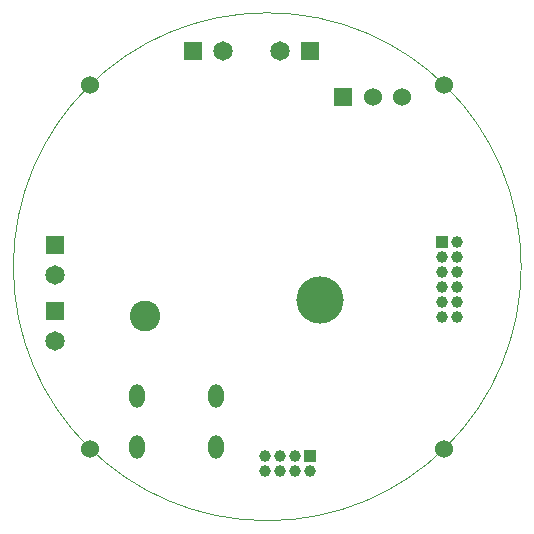
<source format=gbr>
*
*
G04 PADS 9.3 Build Number: 433611 generated Gerber (RS-274-X) file*
G04 PC Version=2.1*
*
%IN "LDC_HW_REV001.pcb"*%
*
%MOIN*%
*
%FSLAX35Y35*%
*
*
*
*
G04 PC Standard Apertures*
*
*
G04 Thermal Relief Aperture macro.*
%AMTER*
1,1,$1,0,0*
1,0,$1-$2,0,0*
21,0,$3,$4,0,0,45*
21,0,$3,$4,0,0,135*
%
*
*
G04 Annular Aperture macro.*
%AMANN*
1,1,$1,0,0*
1,0,$2,0,0*
%
*
*
G04 Odd Aperture macro.*
%AMODD*
1,1,$1,0,0*
1,0,$1-0.005,0,0*
%
*
*
G04 PC Custom Aperture Macros*
*
*
*
*
*
*
G04 PC Aperture Table*
*
%ADD010C,0.001*%
%ADD012R,0.06297X0.06297*%
%ADD018R,0.03937X0.03937*%
%ADD019C,0.03937*%
%ADD022O,0.05118X0.07874*%
%ADD032C,0.06*%
%ADD033R,0.06X0.06*%
%ADD039C,0.00394*%
%ADD041C,0.15748*%
%ADD042C,0.10236*%
%ADD045C,0.06493*%
*
*
*
*
G04 PC Circuitry*
G04 Layer Name LDC_HW_REV001.pcb - circuitry*
%LPD*%
*
*
G04 PC Custom Flashes*
G04 Layer Name LDC_HW_REV001.pcb - flashes*
%LPD*%
*
*
G04 PC Circuitry*
G04 Layer Name LDC_HW_REV001.pcb - circuitry*
%LPD*%
*
G54D10*
G54D12*
G01X407874Y465551D03*
X323031Y400984D03*
X322835Y378937D03*
X369094Y465748D03*
G54D18*
X408071Y330512D03*
X451969Y401969D03*
G54D19*
X403071Y330512D03*
X398071D03*
X393071D03*
Y325512D03*
X398071D03*
X403071D03*
X408071D03*
X451969Y396969D03*
Y391969D03*
Y386969D03*
Y381969D03*
Y376969D03*
X456969D03*
Y381969D03*
Y386969D03*
Y391969D03*
Y396969D03*
Y401969D03*
G54D22*
X350394Y333465D03*
X376772D03*
X350394Y350591D03*
X376772D03*
G54D32*
X334646Y454331D03*
X452756D03*
X334646Y333071D03*
X452756D03*
X428937Y450197D03*
X438780D03*
G54D33*
X419094D03*
G54D39*
X478346Y393701D02*
G75*
G03X478346I-84645J0D01*
G54D41*
G01X411417Y382480D03*
G54D42*
X352953Y377165D03*
G54D45*
X397874Y465551D03*
X323031Y390984D03*
X322835Y368937D03*
X379094Y465748D03*
G74*
X0Y0D02*
M02*

</source>
